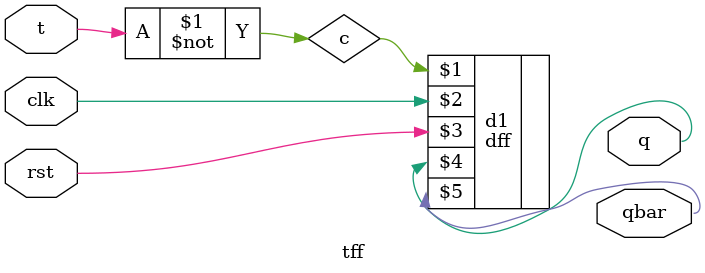
<source format=v>
module tff(t,clk,rst,q,qbar);
input t,clk,rst;
output q;
output qbar;
wire c;

assign c=~t;

dff d1(c,clk,rst,q,qbar);

endmodule

</source>
